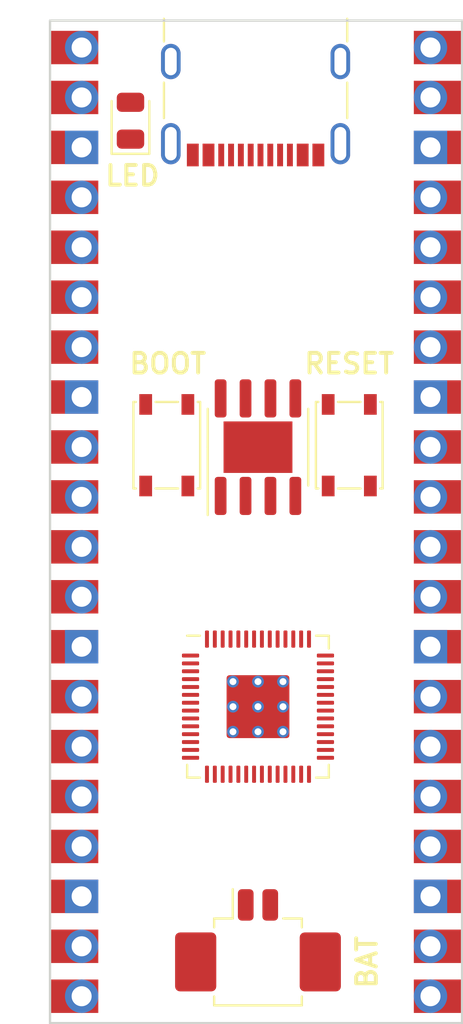
<source format=kicad_pcb>
(kicad_pcb (version 20211014) (generator pcbnew)
  (layers (0 "F.Cu" signal) (31 "B.Cu" signal) (34 "B.Paste" user) (35 "F.Paste" user) (36 "B.SilkS" user "B.Silkscreen") (37 "F.SilkS" user "F.Silkscreen") (38 "B.Mask" user) (39 "F.Mask" user) (44 "Edge.Cuts" user))
  (net 0 "")
  (footprint "LED_SMD:LED_0805_2012Metric" (layer "F.Cu") (at 122.25 58.6426 90)
    (fp_text reference "REF**" hide)
    (fp_text value "LED_0805_2012Metric" hide)
    (fp_line (start -1.685 0.96) (end 1 0.96) (layer "F.SilkS") (width 0.12))
    (fp_line (start 1 -0.96) (end -1.685 -0.96) (layer "F.SilkS") (width 0.12))
    (fp_line (start -1.685 -0.96) (end -1.685 0.96) (layer "F.SilkS") (width 0.12))
    (pad "1" smd roundrect (at -0.9375 0 90) (size 0.975 1.4) (layers "F.Cu" "F.Paste" "F.Mask"))
    (pad "2" smd roundrect (at 0.9375 0 90) (size 0.975 1.4) (layers "F.Cu" "F.Paste" "F.Mask"))
  )
  (footprint "Button_Switch_SMD:SW_SPST_PTS810" (layer "F.Cu") (at 124.1 75.15 90)
    (fp_text reference "REF**" hide)
    (fp_text value "SW_SPST_PTS810" hide)
    (fp_line (start 2.2 1.7) (end 2.2 1.58) (layer "F.SilkS") (width 0.12))
    (fp_line (start -2.2 1.7) (end 2.2 1.7) (layer "F.SilkS") (width 0.12))
    (fp_line (start -2.2 1.58) (end -2.2 1.7) (layer "F.SilkS") (width 0.12))
    (fp_line (start 2.2 -1.7) (end -2.2 -1.7) (layer "F.SilkS") (width 0.12))
    (fp_line (start 2.2 0.57) (end 2.2 -0.57) (layer "F.SilkS") (width 0.12))
    (fp_line (start -2.2 -1.7) (end -2.2 -1.58) (layer "F.SilkS") (width 0.12))
    (fp_line (start 2.2 -1.58) (end 2.2 -1.7) (layer "F.SilkS") (width 0.12))
    (fp_line (start -2.2 -0.57) (end -2.2 0.57) (layer "F.SilkS") (width 0.12))
    (pad "1" smd rect (at -2.075 -1.075 90) (size 1.05 0.65) (layers "F.Cu" "F.Paste" "F.Mask"))
    (pad "1" smd rect (at 2.075 -1.075 90) (size 1.05 0.65) (layers "F.Cu" "F.Paste" "F.Mask"))
    (pad "2" smd rect (at -2.075 1.075 90) (size 1.05 0.65) (layers "F.Cu" "F.Paste" "F.Mask"))
    (pad "2" smd rect (at 2.075 1.075 90) (size 1.05 0.65) (layers "F.Cu" "F.Paste" "F.Mask"))
  )
  (footprint "clipboard:2d771e8a-414b-4032-be39-d3d0b2eaf9bc" (layer "F.Cu") (at 115.85 60)
    (fp_text reference "" (at 0 0) (layer "F.SilkS") (effects (font (size 1.27 1.27))))
    (fp_text value "" (at 0 0) (layer "F.SilkS") (effects (font (size 1.27 1.27))))
    (fp_line (start 23.3 -6.45) (end 23.3 44.55) (layer "Edge.Cuts") (width 0.12))
    (fp_line (start 23.3 44.55) (end 2.3 44.55) (layer "Edge.Cuts") (width 0.12))
    (fp_line (start 2.3 -6.45) (end 23.3 -6.45) (layer "Edge.Cuts") (width 0.12))
    (fp_line (start 2.3 44.55) (end 2.3 -6.45) (layer "Edge.Cuts") (width 0.12))
    (pad "1" thru_hole oval (at 3.91 -5.08) (size 1.7 1.7) (drill 1.02) (layers *.Cu *.Mask))
    (pad "1" connect rect (at 3.91 -5.08) (size 2.474 1.7) (drill (offset -0.387 0)) (layers "F.Cu" "F.Mask"))
    (pad "2" thru_hole oval (at 3.91 -2.54) (size 1.7 1.7) (drill 1.02) (layers *.Cu *.Mask))
    (pad "2" smd rect (at 3.91 -2.54) (size 2.474 1.7) (drill (offset -0.387 0)) (layers "F.Cu" "F.Mask"))
    (pad "3" smd rect (at 3.91 0) (size 2.474 1.7) (drill (offset -0.387 0)) (layers "F.Cu" "F.Mask"))
    (pad "3" thru_hole rect (at 3.91 0) (size 1.7 1.7) (drill 1.02) (layers *.Cu *.Mask))
    (pad "4" thru_hole oval (at 3.91 2.54) (size 1.7 1.7) (drill 1.02) (layers *.Cu *.Mask))
    (pad "4" smd rect (at 3.91 2.54) (size 2.474 1.7) (drill (offset -0.387 0)) (layers "F.Cu" "F.Mask"))
    (pad "5" thru_hole oval (at 3.91 5.08) (size 1.7 1.7) (drill 1.02) (layers *.Cu *.Mask))
    (pad "5" smd rect (at 3.91 5.08) (size 2.474 1.7) (drill (offset -0.387 0)) (layers "F.Cu" "F.Mask"))
    (pad "6" thru_hole oval (at 3.91 7.62) (size 1.7 1.7) (drill 1.02) (layers *.Cu *.Mask))
    (pad "6" smd rect (at 3.91 7.62) (size 2.474 1.7) (drill (offset -0.387 0)) (layers "F.Cu" "F.Mask"))
    (pad "7" smd rect (at 3.91 10.16) (size 2.474 1.7) (drill (offset -0.387 0)) (layers "F.Cu" "F.Mask"))
    (pad "7" thru_hole oval (at 3.91 10.16) (size 1.7 1.7) (drill 1.02) (layers *.Cu *.Mask))
    (pad "8" thru_hole rect (at 3.91 12.7) (size 1.7 1.7) (drill 1.02) (layers *.Cu *.Mask))
    (pad "8" smd rect (at 3.91 12.7) (size 2.474 1.7) (drill (offset -0.387 0)) (layers "F.Cu" "F.Mask"))
    (pad "9" smd rect (at 3.91 15.24) (size 2.474 1.7) (drill (offset -0.387 0)) (layers "F.Cu" "F.Mask"))
    (pad "9" thru_hole oval (at 3.91 15.24) (size 1.7 1.7) (drill 1.02) (layers *.Cu *.Mask))
    (pad "10" thru_hole oval (at 3.91 17.78) (size 1.7 1.7) (drill 1.02) (layers *.Cu *.Mask))
    (pad "10" smd rect (at 3.91 17.78) (size 2.474 1.7) (drill (offset -0.387 0)) (layers "F.Cu" "F.Mask"))
    (pad "11" smd rect (at 3.91 20.32) (size 2.474 1.7) (drill (offset -0.387 0)) (layers "F.Cu" "F.Mask"))
    (pad "11" thru_hole oval (at 3.91 20.32) (size 1.7 1.7) (drill 1.02) (layers *.Cu *.Mask))
    (pad "12" thru_hole oval (at 3.91 22.86) (size 1.7 1.7) (drill 1.02) (layers *.Cu *.Mask))
    (pad "12" smd rect (at 3.91 22.86) (size 2.474 1.7) (drill (offset -0.387 0)) (layers "F.Cu" "F.Mask"))
    (pad "13" thru_hole rect (at 3.91 25.4) (size 1.7 1.7) (drill 1.02) (layers *.Cu *.Mask))
    (pad "13" smd rect (at 3.91 25.4) (size 2.474 1.7) (drill (offset -0.387 0)) (layers "F.Cu" "F.Mask"))
    (pad "14" smd rect (at 3.91 27.94) (size 2.474 1.7) (drill (offset -0.387 0)) (layers "F.Cu" "F.Mask"))
    (pad "14" thru_hole oval (at 3.91 27.94) (size 1.7 1.7) (drill 1.02) (layers *.Cu *.Mask))
    (pad "15" thru_hole oval (at 3.91 30.48) (size 1.7 1.7) (drill 1.02) (layers *.Cu *.Mask))
    (pad "15" smd rect (at 3.91 30.48) (size 2.474 1.7) (drill (offset -0.387 0)) (layers "F.Cu" "F.Mask"))
    (pad "16" smd rect (at 3.91 33.02) (size 2.474 1.7) (drill (offset -0.387 0)) (layers "F.Cu" "F.Mask"))
    (pad "16" thru_hole oval (at 3.91 33.02) (size 1.7 1.7) (drill 1.02) (layers *.Cu *.Mask))
    (pad "17" smd rect (at 3.91 35.56) (size 2.474 1.7) (drill (offset -0.387 0)) (layers "F.Cu" "F.Mask"))
    (pad "17" thru_hole oval (at 3.91 35.56) (size 1.7 1.7) (drill 1.02) (layers *.Cu *.Mask))
    (pad "18" smd rect (at 3.91 38.1) (size 2.474 1.7) (drill (offset -0.387 0)) (layers "F.Cu" "F.Mask"))
    (pad "18" thru_hole rect (at 3.91 38.1) (size 1.7 1.7) (drill 1.02) (layers *.Cu *.Mask))
    (pad "19" thru_hole oval (at 3.91 40.64) (size 1.7 1.7) (drill 1.02) (layers *.Cu *.Mask))
    (pad "19" smd rect (at 3.91 40.64) (size 2.474 1.7) (drill (offset -0.387 0)) (layers "F.Cu" "F.Mask"))
    (pad "20" smd rect (at 3.91 43.18) (size 2.474 1.7) (drill (offset -0.387 0)) (layers "F.Cu" "F.Mask"))
    (pad "20" thru_hole oval (at 3.91 43.18) (size 1.7 1.7) (drill 1.02) (layers *.Cu *.Mask))
    (pad "21" smd rect (at 21.69 43.18) (size 2.401 1.7) (drill (offset 0.3505 0)) (layers "F.Cu" "F.Mask"))
    (pad "21" thru_hole oval (at 21.69 43.18) (size 1.7 1.7) (drill 1.02) (layers *.Cu *.Mask))
    (pad "22" smd rect (at 21.69 40.64) (size 2.401 1.7) (drill (offset 0.3505 0)) (layers "F.Cu" "F.Mask"))
    (pad "22" thru_hole oval (at 21.69 40.64) (size 1.7 1.7) (drill 1.02) (layers *.Cu *.Mask))
    (pad "23" smd rect (at 21.69 38.1) (size 2.401 1.7) (drill (offset 0.3505 0)) (layers "F.Cu" "F.Mask"))
    (pad "23" thru_hole rect (at 21.69 38.1) (size 1.7 1.7) (drill 1.02) (layers *.Cu *.Mask))
    (pad "24" thru_hole oval (at 21.69 35.56) (size 1.7 1.7) (drill 1.02) (layers *.Cu *.Mask))
    (pad "24" smd rect (at 21.69 35.56) (size 2.401 1.7) (drill (offset 0.3505 0)) (layers "F.Cu" "F.Mask"))
    (pad "25" smd rect (at 21.69 33.02) (size 2.401 1.7) (drill (offset 0.3505 0)) (layers "F.Cu" "F.Mask"))
    (pad "25" thru_hole oval (at 21.69 33.02) (size 1.7 1.7) (drill 1.02) (layers *.Cu *.Mask))
    (pad "26" smd rect (at 21.69 30.48) (size 2.401 1.7) (drill (offset 0.3505 0)) (layers "F.Cu" "F.Mask"))
    (pad "26" thru_hole oval (at 21.69 30.48) (size 1.7 1.7) (drill 1.02) (layers *.Cu *.Mask))
    (pad "27" thru_hole oval (at 21.69 27.94) (size 1.7 1.7) (drill 1.02) (layers *.Cu *.Mask))
    (pad "27" smd rect (at 21.69 27.94) (size 2.401 1.7) (drill (offset 0.3505 0)) (layers "F.Cu" "F.Mask"))
    (pad "28" thru_hole rect (at 21.69 25.4) (size 1.7 1.7) (drill 1.02) (layers *.Cu *.Mask))
    (pad "28" smd rect (at 21.69 25.4) (size 2.401 1.7) (drill (offset 0.3505 0)) (layers "F.Cu" "F.Mask"))
    (pad "29" thru_hole oval (at 21.69 22.86) (size 1.7 1.7) (drill 1.02) (layers *.Cu *.Mask))
    (pad "29" smd rect (at 21.69 22.86) (size 2.401 1.7) (drill (offset 0.3505 0)) (layers "F.Cu" "F.Mask"))
    (pad "30" smd rect (at 21.69 20.32) (size 2.401 1.7) (drill (offset 0.3505 0)) (layers "F.Cu" "F.Mask"))
    (pad "30" thru_hole oval (at 21.69 20.32) (size 1.7 1.7) (drill 1.02) (layers *.Cu *.Mask))
    (pad "31" thru_hole oval (at 21.69 17.78) (size 1.7 1.7) (drill 1.02) (layers *.Cu *.Mask))
    (pad "31" smd rect (at 21.69 17.78) (size 2.401 1.7) (drill (offset 0.3505 0)) (layers "F.Cu" "F.Mask"))
    (pad "32" thru_hole oval (at 21.69 15.24) (size 1.7 1.7) (drill 1.02) (layers *.Cu *.Mask))
    (pad "32" smd rect (at 21.69 15.24) (size 2.401 1.7) (drill (offset 0.3505 0)) (layers "F.Cu" "F.Mask"))
    (pad "33" smd rect (at 21.69 12.7) (size 2.401 1.7) (drill (offset 0.3505 0)) (layers "F.Cu" "F.Mask"))
    (pad "33" thru_hole rect (at 21.69 12.7) (size 1.7 1.7) (drill 1.02) (layers *.Cu *.Mask))
    (pad "34" smd rect (at 21.69 10.16) (size 2.401 1.7) (drill (offset 0.3505 0)) (layers "F.Cu" "F.Mask"))
    (pad "34" thru_hole oval (at 21.69 10.16) (size 1.7 1.7) (drill 1.02) (layers *.Cu *.Mask))
    (pad "35" smd rect (at 21.69 7.62) (size 2.401 1.7) (drill (offset 0.3505 0)) (layers "F.Cu" "F.Mask"))
    (pad "35" thru_hole oval (at 21.69 7.62) (size 1.7 1.7) (drill 1.02) (layers *.Cu *.Mask))
    (pad "36" thru_hole oval (at 21.69 5.08) (size 1.7 1.7) (drill 1.02) (layers *.Cu *.Mask))
    (pad "36" smd rect (at 21.69 5.08) (size 2.401 1.7) (drill (offset 0.3505 0)) (layers "F.Cu" "F.Mask"))
    (pad "37" smd rect (at 21.69 2.54) (size 2.401 1.7) (drill (offset 0.3505 0)) (layers "F.Cu" "F.Mask"))
    (pad "37" thru_hole oval (at 21.69 2.54) (size 1.7 1.7) (drill 1.02) (layers *.Cu *.Mask))
    (pad "38" smd rect (at 21.69 0) (size 2.401 1.7) (drill (offset 0.3505 0)) (layers "F.Cu" "F.Mask"))
    (pad "38" thru_hole rect (at 21.69 0) (size 1.7 1.7) (drill 1.02) (layers *.Cu *.Mask))
    (pad "39" smd rect (at 21.69 -2.54) (size 2.401 1.7) (drill (offset 0.3505 0)) (layers "F.Cu" "F.Mask"))
    (pad "39" thru_hole oval (at 21.69 -2.54) (size 1.7 1.7) (drill 1.02) (layers *.Cu *.Mask))
    (pad "40" thru_hole oval (at 21.69 -5.08) (size 1.7 1.7) (drill 1.02) (layers *.Cu *.Mask))
    (pad "40" smd rect (at 21.69 -5.08) (size 2.401 1.7) (drill (offset 0.3505 0)) (layers "F.Cu" "F.Mask"))
  )
  (footprint "clipboard:506ad639-e24c-4c14-988a-915ac5c80cf3" (layer "F.Cu") (at 125.31075 87.45)
    (fp_text reference "" (at 0 0) (layer "F.SilkS") (effects (font (size 1.27 1.27))))
    (fp_text value "" (at 0 0) (layer "F.SilkS") (effects (font (size 1.27 1.27))))
    (fp_line (start 7.0475 4.61) (end 7.0475 3.96) (layer "F.SilkS") (width 0.12))
    (fp_line (start 7.0475 -2.61) (end 7.0475 -1.96) (layer "F.SilkS") (width 0.12))
    (fp_line (start 0.4775 -2.61) (end -0.1725 -2.61) (layer "F.SilkS") (width 0.12))
    (fp_line (start 6.3975 -2.61) (end 7.0475 -2.61) (layer "F.SilkS") (width 0.12))
    (fp_line (start 0.4775 4.61) (end -0.1725 4.61) (layer "F.SilkS") (width 0.12))
    (fp_line (start -0.1725 4.61) (end -0.1725 3.96) (layer "F.SilkS") (width 0.12))
    (fp_line (start 6.3975 4.61) (end 7.0475 4.61) (layer "F.SilkS") (width 0.12))
    (pad "1" smd roundrect (at 0 -1.6) (size 0.875 0.2) (layers "F.Cu" "F.Paste" "F.Mask"))
    (pad "2" smd roundrect (at 0 -1.2) (size 0.875 0.2) (layers "F.Cu" "F.Paste" "F.Mask"))
    (pad "3" smd roundrect (at 0 -0.8) (size 0.875 0.2) (layers "F.Cu" "F.Paste" "F.Mask"))
    (pad "4" smd roundrect (at 0 -0.4) (size 0.875 0.2) (layers "F.Cu" "F.Paste" "F.Mask"))
    (pad "5" smd roundrect (at 0 0) (size 0.875 0.2) (layers "F.Cu" "F.Paste" "F.Mask"))
    (pad "6" smd roundrect (at 0 0.4) (size 0.875 0.2) (layers "F.Cu" "F.Paste" "F.Mask"))
    (pad "7" smd roundrect (at 0 0.8) (size 0.875 0.2) (layers "F.Cu" "F.Paste" "F.Mask"))
    (pad "8" smd roundrect (at 0 1.2) (size 0.875 0.2) (layers "F.Cu" "F.Paste" "F.Mask"))
    (pad "9" smd roundrect (at 0 1.6) (size 0.875 0.2) (layers "F.Cu" "F.Paste" "F.Mask"))
    (pad "10" smd roundrect (at 0 2) (size 0.875 0.2) (layers "F.Cu" "F.Paste" "F.Mask"))
    (pad "11" smd roundrect (at 0 2.4) (size 0.875 0.2) (layers "F.Cu" "F.Paste" "F.Mask"))
    (pad "12" smd roundrect (at 0 2.8) (size 0.875 0.2) (layers "F.Cu" "F.Paste" "F.Mask"))
    (pad "13" smd roundrect (at 0 3.2) (size 0.875 0.2) (layers "F.Cu" "F.Paste" "F.Mask"))
    (pad "14" smd roundrect (at 0 3.6) (size 0.875 0.2) (layers "F.Cu" "F.Paste" "F.Mask"))
    (pad "15" smd roundrect (at 0.8375 4.4375) (size 0.2 0.875) (layers "F.Cu" "F.Paste" "F.Mask"))
    (pad "16" smd roundrect (at 1.2375 4.4375) (size 0.2 0.875) (layers "F.Cu" "F.Paste" "F.Mask"))
    (pad "17" smd roundrect (at 1.6375 4.4375) (size 0.2 0.875) (layers "F.Cu" "F.Paste" "F.Mask"))
    (pad "18" smd roundrect (at 2.0375 4.4375) (size 0.2 0.875) (layers "F.Cu" "F.Paste" "F.Mask"))
    (pad "19" smd roundrect (at 2.4375 4.4375) (size 0.2 0.875) (layers "F.Cu" "F.Paste" "F.Mask"))
    (pad "20" smd roundrect (at 2.8375 4.4375) (size 0.2 0.875) (layers "F.Cu" "F.Paste" "F.Mask"))
    (pad "21" smd roundrect (at 3.2375 4.4375) (size 0.2 0.875) (layers "F.Cu" "F.Paste" "F.Mask"))
    (pad "22" smd roundrect (at 3.6375 4.4375) (size 0.2 0.875) (layers "F.Cu" "F.Paste" "F.Mask"))
    (pad "23" smd roundrect (at 4.0375 4.4375) (size 0.2 0.875) (layers "F.Cu" "F.Paste" "F.Mask"))
    (pad "24" smd roundrect (at 4.4375 4.4375) (size 0.2 0.875) (layers "F.Cu" "F.Paste" "F.Mask"))
    (pad "25" smd roundrect (at 4.8375 4.4375) (size 0.2 0.875) (layers "F.Cu" "F.Paste" "F.Mask"))
    (pad "26" smd roundrect (at 5.2375 4.4375) (size 0.2 0.875) (layers "F.Cu" "F.Paste" "F.Mask"))
    (pad "27" smd roundrect (at 5.6375 4.4375) (size 0.2 0.875) (layers "F.Cu" "F.Paste" "F.Mask"))
    (pad "28" smd roundrect (at 6.0375 4.4375) (size 0.2 0.875) (layers "F.Cu" "F.Paste" "F.Mask"))
    (pad "29" smd roundrect (at 6.875 3.6) (size 0.875 0.2) (layers "F.Cu" "F.Paste" "F.Mask"))
    (pad "30" smd roundrect (at 6.875 3.2) (size 0.875 0.2) (layers "F.Cu" "F.Paste" "F.Mask"))
    (pad "31" smd roundrect (at 6.875 2.8) (size 0.875 0.2) (layers "F.Cu" "F.Paste" "F.Mask"))
    (pad "32" smd roundrect (at 6.875 2.4) (size 0.875 0.2) (layers "F.Cu" "F.Paste" "F.Mask"))
    (pad "33" smd roundrect (at 6.875 2) (size 0.875 0.2) (layers "F.Cu" "F.Paste" "F.Mask"))
    (pad "34" smd roundrect (at 6.875 1.6) (size 0.875 0.2) (layers "F.Cu" "F.Paste" "F.Mask"))
    (pad "35" smd roundrect (at 6.875 1.2) (size 0.875 0.2) (layers "F.Cu" "F.Paste" "F.Mask"))
    (pad "36" smd roundrect (at 6.875 0.8) (size 0.875 0.2) (layers "F.Cu" "F.Paste" "F.Mask"))
    (pad "37" smd roundrect (at 6.875 0.4) (size 0.875 0.2) (layers "F.Cu" "F.Paste" "F.Mask"))
    (pad "38" smd roundrect (at 6.875 0) (size 0.875 0.2) (layers "F.Cu" "F.Paste" "F.Mask"))
    (pad "39" smd roundrect (at 6.875 -0.4) (size 0.875 0.2) (layers "F.Cu" "F.Paste" "F.Mask"))
    (pad "40" smd roundrect (at 6.875 -0.8) (size 0.875 0.2) (layers "F.Cu" "F.Paste" "F.Mask"))
    (pad "41" smd roundrect (at 6.875 -1.2) (size 0.875 0.2) (layers "F.Cu" "F.Paste" "F.Mask"))
    (pad "42" smd roundrect (at 6.875 -1.6) (size 0.875 0.2) (layers "F.Cu" "F.Paste" "F.Mask"))
    (pad "43" smd roundrect (at 6.0375 -2.4375) (size 0.2 0.875) (layers "F.Cu" "F.Paste" "F.Mask"))
    (pad "44" smd roundrect (at 5.6375 -2.4375) (size 0.2 0.875) (layers "F.Cu" "F.Paste" "F.Mask"))
    (pad "45" smd roundrect (at 5.2375 -2.4375) (size 0.2 0.875) (layers "F.Cu" "F.Paste" "F.Mask"))
    (pad "46" smd roundrect (at 4.8375 -2.4375) (size 0.2 0.875) (layers "F.Cu" "F.Paste" "F.Mask"))
    (pad "47" smd roundrect (at 4.4375 -2.4375) (size 0.2 0.875) (layers "F.Cu" "F.Paste" "F.Mask"))
    (pad "48" smd roundrect (at 4.0375 -2.4375) (size 0.2 0.875) (layers "F.Cu" "F.Paste" "F.Mask"))
    (pad "49" smd roundrect (at 3.6375 -2.4375) (size 0.2 0.875) (layers "F.Cu" "F.Paste" "F.Mask"))
    (pad "50" smd roundrect (at 3.2375 -2.4375) (size 0.2 0.875) (layers "F.Cu" "F.Paste" "F.Mask"))
    (pad "51" smd roundrect (at 2.8375 -2.4375) (size 0.2 0.875) (layers "F.Cu" "F.Paste" "F.Mask"))
    (pad "52" smd roundrect (at 2.4375 -2.4375) (size 0.2 0.875) (layers "F.Cu" "F.Paste" "F.Mask"))
    (pad "53" smd roundrect (at 2.0375 -2.4375) (size 0.2 0.875) (layers "F.Cu" "F.Paste" "F.Mask"))
    (pad "54" smd roundrect (at 1.6375 -2.4375) (size 0.2 0.875) (layers "F.Cu" "F.Paste" "F.Mask"))
    (pad "55" smd roundrect (at 1.2375 -2.4375) (size 0.2 0.875) (layers "F.Cu" "F.Paste" "F.Mask"))
    (pad "56" smd roundrect (at 0.8375 -2.4375) (size 0.2 0.875) (layers "F.Cu" "F.Paste" "F.Mask"))
    (pad "57" thru_hole circle (at 2.1625 1) (size 0.6 0.6) (drill 0.35) (layers *.Cu))
    (pad "57" thru_hole circle (at 4.7125 1) (size 0.6 0.6) (drill 0.35) (layers *.Cu))
    (pad "57" thru_hole circle (at 4.7125 2.275) (size 0.6 0.6) (drill 0.35) (layers *.Cu))
    (pad "57" thru_hole circle (at 2.1625 -0.275) (size 0.6 0.6) (drill 0.35) (layers *.Cu))
    (pad "57" smd roundrect (at 3.4375 1) (size 3.2 3.2) (layers "F.Cu" "F.Mask") (roundrect_rratio 0.045))
    (pad "57" thru_hole circle (at 4.7125 -0.275) (size 0.6 0.6) (drill 0.35) (layers *.Cu))
    (pad "57" thru_hole circle (at 2.1625 2.275) (size 0.6 0.6) (drill 0.35) (layers *.Cu))
    (pad "57" thru_hole circle (at 3.4375 1) (size 0.6 0.6) (drill 0.35) (layers *.Cu))
    (pad "57" thru_hole circle (at 3.4375 2.275) (size 0.6 0.6) (drill 0.35) (layers *.Cu))
    (pad "57" thru_hole circle (at 3.4375 -0.275) (size 0.6 0.6) (drill 0.35) (layers *.Cu))
  )
  (footprint "Package_SO:SOIC-8-1EP_3.9x4.9mm_P1.27mm_EP2.62x3.51mm" (layer "F.Cu") (at 128.74825 75.25 90)
    (fp_text reference "REF**" hide)
    (fp_text value "SOIC-8-1EP_3.9x4.9mm_P1.27mm_EP2.62x3.51mm" hide)
    (fp_line (start 0 2.56) (end -1.95 2.56) (layer "F.SilkS") (width 0.12))
    (fp_line (start 0 -2.56) (end -3.45 -2.56) (layer "F.SilkS") (width 0.12))
    (fp_line (start 0 2.56) (end 1.95 2.56) (layer "F.SilkS") (width 0.12))
    (fp_line (start 0 -2.56) (end 1.95 -2.56) (layer "F.SilkS") (width 0.12))
    (pad "1" smd roundrect (at -2.48 -1.905 90) (size 1.94 0.6) (layers "F.Cu" "F.Paste" "F.Mask"))
    (pad "2" smd roundrect (at -2.48 -0.635 90) (size 1.94 0.6) (layers "F.Cu" "F.Paste" "F.Mask"))
    (pad "3" smd roundrect (at -2.48 0.635 90) (size 1.94 0.6) (layers "F.Cu" "F.Paste" "F.Mask"))
    (pad "4" smd roundrect (at -2.48 1.905 90) (size 1.94 0.6) (layers "F.Cu" "F.Paste" "F.Mask"))
    (pad "5" smd roundrect (at 2.48 1.905 90) (size 1.94 0.6) (layers "F.Cu" "F.Paste" "F.Mask"))
    (pad "6" smd roundrect (at 2.48 0.635 90) (size 1.94 0.6) (layers "F.Cu" "F.Paste" "F.Mask"))
    (pad "7" smd roundrect (at 2.48 -0.635 90) (size 1.94 0.6) (layers "F.Cu" "F.Paste" "F.Mask"))
    (pad "8" smd roundrect (at 2.48 -1.905 90) (size 1.94 0.6) (layers "F.Cu" "F.Paste" "F.Mask"))
    (pad "9" smd rect (at 0 0 90) (size 2.62 3.51) (layers "F.Cu" "F.Mask"))
  )
  (footprint "Connector_USB:USB_C_Receptacle_GCT_USB4105-xx-A_16P_TopMnt_Horizontal" (layer "F.Cu") (at 128.6256 56.7076 180)
    (fp_text reference "REF**" hide)
    (fp_text value "USB_C_Receptacle_GCT_USB4105-xx-A_16P_TopMnt_Horizontal" hide)
    (fp_line (start -4.67 2.1) (end -4.67 3.25) (layer "F.SilkS") (width 0.12))
    (fp_line (start 4.67 0) (end 4.67 -1.8) (layer "F.SilkS") (width 0.12))
    (fp_line (start 4.67 2.1) (end 4.67 3.25) (layer "F.SilkS") (width 0.12))
    (fp_line (start -4.67 0) (end -4.67 -1.8) (layer "F.SilkS") (width 0.12))
    (pad "" np_thru_hole circle (at 2.89 -2.605 180) (size 0.65 0.65) (drill 0.65) (layers F&B.Cu *.Mask))
    (pad "" np_thru_hole circle (at -2.89 -2.605 180) (size 0.65 0.65) (drill 0.65) (layers F&B.Cu *.Mask))
    (pad "A1" smd rect (at -3.2 -3.68 180) (size 0.6 1.15) (layers "F.Cu" "F.Paste" "F.Mask"))
    (pad "A4" smd rect (at -2.4 -3.68 180) (size 0.6 1.15) (layers "F.Cu" "F.Paste" "F.Mask"))
    (pad "A5" smd rect (at -1.25 -3.68 180) (size 0.3 1.15) (layers "F.Cu" "F.Paste" "F.Mask"))
    (pad "A6" smd rect (at -0.25 -3.68 180) (size 0.3 1.15) (layers "F.Cu" "F.Paste" "F.Mask"))
    (pad "A7" smd rect (at 0.25 -3.68 180) (size 0.3 1.15) (layers "F.Cu" "F.Paste" "F.Mask"))
    (pad "A8" smd rect (at 1.25 -3.68 180) (size 0.3 1.15) (layers "F.Cu" "F.Paste" "F.Mask"))
    (pad "A9" smd rect (at 2.4 -3.68 180) (size 0.6 1.15) (layers "F.Cu" "F.Paste" "F.Mask"))
    (pad "A12" smd rect (at 3.2 -3.68 180) (size 0.6 1.15) (layers "F.Cu" "F.Paste" "F.Mask"))
    (pad "B1" smd rect (at 3.2 -3.68 180) (size 0.6 1.15) (layers "F.Cu" "F.Paste" "F.Mask"))
    (pad "B4" smd rect (at 2.4 -3.68 180) (size 0.6 1.15) (layers "F.Cu" "F.Paste" "F.Mask"))
    (pad "B5" smd rect (at 1.75 -3.68 180) (size 0.3 1.15) (layers "F.Cu" "F.Paste" "F.Mask"))
    (pad "B6" smd rect (at 0.75 -3.68 180) (size 0.3 1.15) (layers "F.Cu" "F.Paste" "F.Mask"))
    (pad "B7" smd rect (at -0.75 -3.68 180) (size 0.3 1.15) (layers "F.Cu" "F.Paste" "F.Mask"))
    (pad "B8" smd rect (at -1.75 -3.68 180) (size 0.3 1.15) (layers "F.Cu" "F.Paste" "F.Mask"))
    (pad "B9" smd rect (at -2.4 -3.68 180) (size 0.6 1.15) (layers "F.Cu" "F.Paste" "F.Mask"))
    (pad "B12" smd rect (at -3.2 -3.68 180) (size 0.6 1.15) (layers "F.Cu" "F.Paste" "F.Mask"))
    (pad "S1" thru_hole oval (at 4.32 -3.105 180) (size 1 2.1) (drill oval 0.6 1.7) (layers *.Cu *.Mask))
    (pad "S1" thru_hole oval (at -4.32 1.075 180) (size 1 1.8) (drill oval 0.6 1.4) (layers *.Cu *.Mask))
    (pad "S1" thru_hole oval (at 4.32 1.075 180) (size 1 1.8) (drill oval 0.6 1.4) (layers *.Cu *.Mask))
    (pad "S1" thru_hole oval (at -4.32 -3.105 180) (size 1 2.1) (drill oval 0.6 1.7) (layers *.Cu *.Mask))
  )
  (footprint "Button_Switch_SMD:SW_SPST_PTS810" (layer "F.Cu") (at 133.4 75.15 90)
    (fp_text reference "REF**" hide)
    (fp_text value "SW_SPST_PTS810" hide)
    (fp_line (start 2.2 1.7) (end 2.2 1.58) (layer "F.SilkS") (width 0.12))
    (fp_line (start -2.2 -1.7) (end -2.2 -1.58) (layer "F.SilkS") (width 0.12))
    (fp_line (start 2.2 0.57) (end 2.2 -0.57) (layer "F.SilkS") (width 0.12))
    (fp_line (start -2.2 1.58) (end -2.2 1.7) (layer "F.SilkS") (width 0.12))
    (fp_line (start 2.2 -1.7) (end -2.2 -1.7) (layer "F.SilkS") (width 0.12))
    (fp_line (start -2.2 -0.57) (end -2.2 0.57) (layer "F.SilkS") (width 0.12))
    (fp_line (start -2.2 1.7) (end 2.2 1.7) (layer "F.SilkS") (width 0.12))
    (fp_line (start 2.2 -1.58) (end 2.2 -1.7) (layer "F.SilkS") (width 0.12))
    (pad "1" smd rect (at 2.075 -1.075 90) (size 1.05 0.65) (layers "F.Cu" "F.Paste" "F.Mask"))
    (pad "1" smd rect (at -2.075 -1.075 90) (size 1.05 0.65) (layers "F.Cu" "F.Paste" "F.Mask"))
    (pad "2" smd rect (at -2.075 1.075 90) (size 1.05 0.65) (layers "F.Cu" "F.Paste" "F.Mask"))
    (pad "2" smd rect (at 2.075 1.075 90) (size 1.05 0.65) (layers "F.Cu" "F.Paste" "F.Mask"))
  )
  (footprint "Connector_Molex:Molex_PicoBlade_53261-0271_1x02-1MP_P1.25mm_Horizontal" (layer "F.Cu") (at 128.74825 100.9348)
    (fp_text reference "REF**" hide)
    (fp_text value "Molex_PicoBlade_53261-0271_1x02-1MP_P1.25mm_Horizontal" hide)
    (fp_line (start -2.235 -1.26) (end -2.235 -1.71) (layer "F.SilkS") (width 0.12))
    (fp_line (start -2.235 -1.71) (end -1.285 -1.71) (layer "F.SilkS") (width 0.12))
    (fp_line (start 2.235 -1.26) (end 2.235 -1.71) (layer "F.SilkS") (width 0.12))
    (fp_line (start -2.235 2.26) (end -2.235 2.71) (layer "F.SilkS") (width 0.12))
    (fp_line (start -2.235 2.71) (end 2.235 2.71) (layer "F.SilkS") (width 0.12))
    (fp_line (start 2.235 2.71) (end 2.235 2.26) (layer "F.SilkS") (width 0.12))
    (fp_line (start 2.235 -1.71) (end 1.285 -1.71) (layer "F.SilkS") (width 0.12))
    (fp_line (start -1.285 -1.71) (end -1.285 -3.2) (layer "F.SilkS") (width 0.12))
    (pad "1" smd roundrect (at -0.625 -2.4) (size 0.8 1.6) (layers "F.Cu" "F.Paste" "F.Mask"))
    (pad "2" smd roundrect (at 0.625 -2.4) (size 0.8 1.6) (layers "F.Cu" "F.Paste" "F.Mask"))
    (pad "MP" smd roundrect (at 3.175 0.5) (size 2.1 3) (layers "F.Cu" "F.Paste" "F.Mask") (roundrect_rratio 0.119048))
    (pad "MP" smd roundrect (at -3.175 0.5) (size 2.1 3) (layers "F.Cu" "F.Paste" "F.Mask") (roundrect_rratio 0.119048))
  )
  (gr_text "LED" (at 122.35 61.4426) (layer "F.SilkS") (effects (font (size 1 1) (thickness 0.2))))
  (gr_text "BOOT" (at 124.15 71) (layer "F.SilkS") (effects (font (size 1 1) (thickness 0.2))))
  (gr_text "RESET" (at 133.4 71) (layer "F.SilkS") (effects (font (size 1 1) (thickness 0.2))))
  (gr_text "BAT" (at 134.3 101.4476 90) (layer "F.SilkS") (effects (font (size 1 1) (thickness 0.2))))
)
</source>
